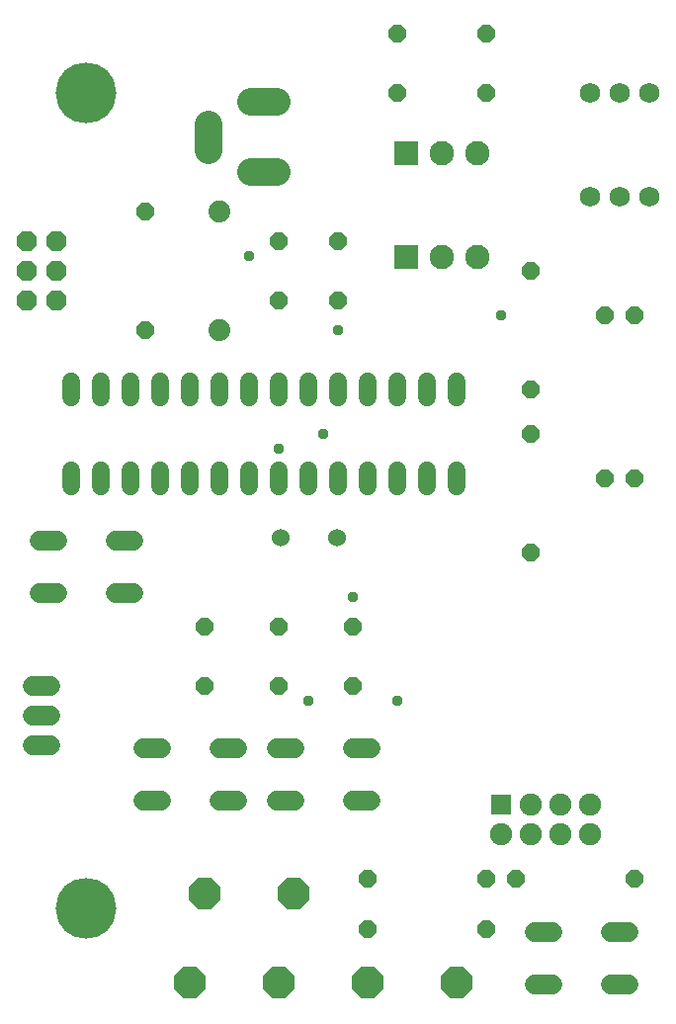
<source format=gbr>
G04 EAGLE Gerber RS-274X export*
G75*
%MOMM*%
%FSLAX34Y34*%
%LPD*%
%INSoldermask Top*%
%IPPOS*%
%AMOC8*
5,1,8,0,0,1.08239X$1,22.5*%
G01*
%ADD10C,1.903200*%
%ADD11R,1.803200X1.803200*%
%ADD12C,1.727200*%
%ADD13P,1.649562X8X112.500000*%
%ADD14P,1.649562X8X292.500000*%
%ADD15C,1.879600*%
%ADD16C,1.524000*%
%ADD17C,2.387600*%
%ADD18P,1.869504X8X292.500000*%
%ADD19P,1.649562X8X22.500000*%
%ADD20C,1.727200*%
%ADD21C,1.524000*%
%ADD22P,2.969212X8X22.500000*%
%ADD23R,2.093200X2.093200*%
%ADD24C,2.093200*%
%ADD25P,1.649562X8X202.500000*%
%ADD26C,5.203200*%
%ADD27C,0.959600*%


D10*
X444500Y266700D03*
X469900Y266700D03*
X495300Y266700D03*
X520700Y266700D03*
D11*
X444500Y292100D03*
D10*
X469900Y292100D03*
X495300Y292100D03*
X520700Y292100D03*
D12*
X64008Y517906D02*
X48768Y517906D01*
X48768Y472694D02*
X64008Y472694D01*
X113792Y517906D02*
X129032Y517906D01*
X129032Y472694D02*
X113792Y472694D01*
D13*
X254000Y393700D03*
X254000Y444500D03*
D14*
X190500Y444500D03*
X190500Y393700D03*
X317500Y444500D03*
X317500Y393700D03*
D15*
X203200Y698500D03*
X203200Y800100D03*
D12*
X152908Y340106D02*
X137668Y340106D01*
X137668Y294894D02*
X152908Y294894D01*
X202692Y340106D02*
X217932Y340106D01*
X217932Y294894D02*
X202692Y294894D01*
X251968Y340106D02*
X267208Y340106D01*
X267208Y294894D02*
X251968Y294894D01*
X316992Y340106D02*
X332232Y340106D01*
X332232Y294894D02*
X316992Y294894D01*
D16*
X76200Y564896D02*
X76200Y578104D01*
X101600Y578104D02*
X101600Y564896D01*
X127000Y564896D02*
X127000Y578104D01*
X152400Y578104D02*
X152400Y564896D01*
X177800Y564896D02*
X177800Y578104D01*
X203200Y578104D02*
X203200Y564896D01*
X228600Y564896D02*
X228600Y578104D01*
X254000Y578104D02*
X254000Y564896D01*
X279400Y564896D02*
X279400Y578104D01*
X304800Y578104D02*
X304800Y564896D01*
X330200Y564896D02*
X330200Y578104D01*
X355600Y578104D02*
X355600Y564896D01*
X381000Y564896D02*
X381000Y578104D01*
X406400Y578104D02*
X406400Y564896D01*
X406400Y641096D02*
X406400Y654304D01*
X381000Y654304D02*
X381000Y641096D01*
X355600Y641096D02*
X355600Y654304D01*
X330200Y654304D02*
X330200Y641096D01*
X304800Y641096D02*
X304800Y654304D01*
X279400Y654304D02*
X279400Y641096D01*
X254000Y641096D02*
X254000Y654304D01*
X228600Y654304D02*
X228600Y641096D01*
X203200Y641096D02*
X203200Y654304D01*
X177800Y654304D02*
X177800Y641096D01*
X152400Y641096D02*
X152400Y654304D01*
X127000Y654304D02*
X127000Y641096D01*
X101600Y641096D02*
X101600Y654304D01*
X76200Y654304D02*
X76200Y641096D01*
D17*
X193300Y852678D02*
X193300Y874522D01*
X230378Y893600D02*
X252222Y893600D01*
X252222Y833600D02*
X230378Y833600D01*
D18*
X38100Y774700D03*
X63500Y774700D03*
X38100Y749300D03*
X63500Y749300D03*
X38100Y723900D03*
X63500Y723900D03*
D19*
X533400Y711200D03*
X558800Y711200D03*
X533400Y571500D03*
X558800Y571500D03*
D20*
X571500Y901700D03*
X546100Y901700D03*
X520700Y901700D03*
X571500Y812800D03*
X546100Y812800D03*
X520700Y812800D03*
D21*
X303530Y520700D03*
X255270Y520700D03*
D19*
X457200Y228600D03*
X558800Y228600D03*
D13*
X139700Y698500D03*
X139700Y800100D03*
D14*
X469900Y749300D03*
X469900Y647700D03*
X469900Y609600D03*
X469900Y508000D03*
D22*
X177800Y139700D03*
X254000Y139700D03*
X330200Y139700D03*
X406400Y139700D03*
D23*
X363300Y761050D03*
D24*
X393700Y761050D03*
X424100Y761050D03*
D23*
X363300Y849950D03*
D24*
X393700Y849950D03*
X424100Y849950D03*
D13*
X355600Y901700D03*
X355600Y952500D03*
X431800Y901700D03*
X431800Y952500D03*
D25*
X304800Y774700D03*
X254000Y774700D03*
D19*
X254000Y723900D03*
X304800Y723900D03*
D26*
X88900Y901700D03*
X88900Y203200D03*
D25*
X431800Y228600D03*
X330200Y228600D03*
D22*
X190500Y215900D03*
X266700Y215900D03*
D12*
X58420Y342900D02*
X43180Y342900D01*
X43180Y368300D02*
X58420Y368300D01*
X58420Y393700D02*
X43180Y393700D01*
X537972Y137414D02*
X553212Y137414D01*
X553212Y182626D02*
X537972Y182626D01*
X488188Y137414D02*
X472948Y137414D01*
X472948Y182626D02*
X488188Y182626D01*
D19*
X330200Y185420D03*
X431800Y185420D03*
D27*
X279400Y381000D03*
X355600Y381000D03*
X228600Y762000D03*
X304800Y698500D03*
X444500Y711200D03*
X292100Y609600D03*
X254000Y596900D03*
X317500Y469900D03*
M02*

</source>
